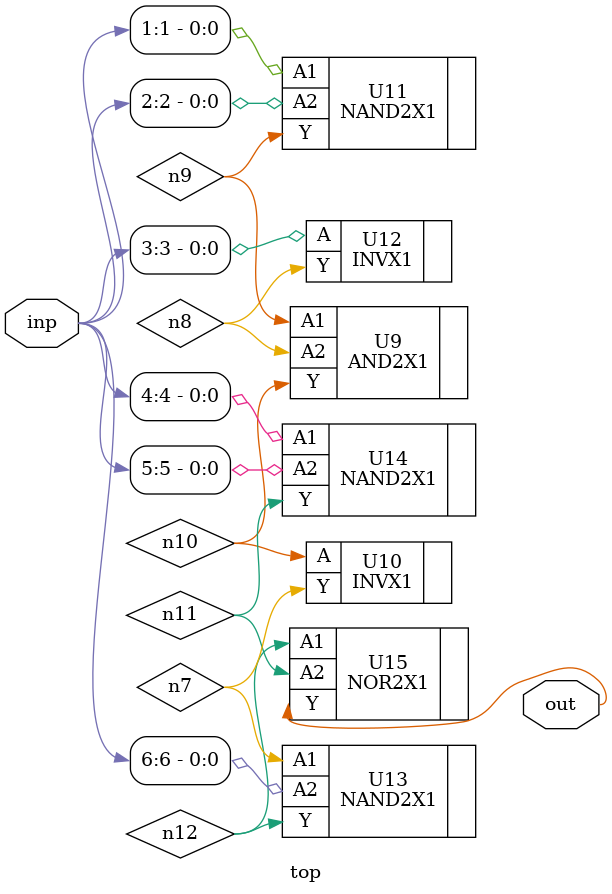
<source format=sv>


module top ( inp, out );
  input [6:0] inp;
  output out;
  wire   n7, n8, n9, n10, n11, n12;

  AND2X1 U9 ( .A1(n9), .A2(n8), .Y(n10) );
  INVX1 U10 ( .A(n10), .Y(n7) );
  NAND2X1 U11 ( .A1(inp[1]), .A2(inp[2]), .Y(n9) );
  INVX1 U12 ( .A(inp[3]), .Y(n8) );
  NAND2X1 U13 ( .A1(n7), .A2(inp[6]), .Y(n12) );
  NAND2X1 U14 ( .A1(inp[4]), .A2(inp[5]), .Y(n11) );
  NOR2X1 U15 ( .A1(n12), .A2(n11), .Y(out) );
endmodule


</source>
